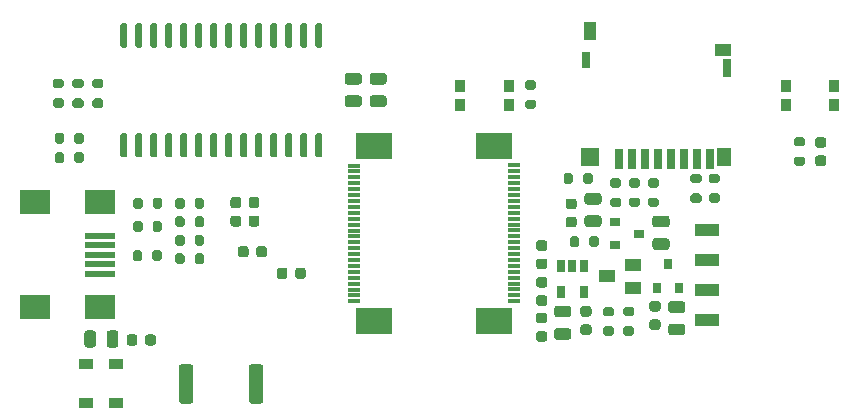
<source format=gbr>
G04 #@! TF.GenerationSoftware,KiCad,Pcbnew,(5.1.8)-1*
G04 #@! TF.CreationDate,2021-06-27T17:42:14+01:00*
G04 #@! TF.ProjectId,schem_1,73636865-6d5f-4312-9e6b-696361645f70,rev?*
G04 #@! TF.SameCoordinates,Original*
G04 #@! TF.FileFunction,Paste,Bot*
G04 #@! TF.FilePolarity,Positive*
%FSLAX46Y46*%
G04 Gerber Fmt 4.6, Leading zero omitted, Abs format (unit mm)*
G04 Created by KiCad (PCBNEW (5.1.8)-1) date 2021-06-27 17:42:15*
%MOMM*%
%LPD*%
G01*
G04 APERTURE LIST*
%ADD10R,2.000000X1.000000*%
%ADD11R,1.100000X0.300000*%
%ADD12R,3.100000X2.300000*%
%ADD13R,0.700000X1.750000*%
%ADD14R,1.300000X1.500000*%
%ADD15R,0.800000X1.500000*%
%ADD16R,1.450000X1.000000*%
%ADD17R,0.800000X1.400000*%
%ADD18R,1.500000X1.500000*%
%ADD19R,1.000000X1.550000*%
%ADD20R,0.900000X1.000000*%
%ADD21R,0.800000X0.900000*%
%ADD22R,0.900000X0.800000*%
%ADD23R,0.650000X1.060000*%
%ADD24R,1.400000X1.000000*%
%ADD25R,1.200000X0.900000*%
%ADD26R,2.500000X0.500000*%
%ADD27R,2.500000X2.000000*%
G04 APERTURE END LIST*
D10*
G04 #@! TO.C,J4*
X116072280Y-14474460D03*
X116072280Y-17014460D03*
X116072280Y-19554460D03*
X116072280Y-22094460D03*
G04 #@! TD*
D11*
G04 #@! TO.C,J3*
X99705480Y-20548460D03*
X99705480Y-20048460D03*
X99705480Y-19548460D03*
X99705480Y-19048460D03*
X99705480Y-18548460D03*
X99705480Y-18048460D03*
X99705480Y-17548460D03*
X99705480Y-17048460D03*
X99705480Y-16548460D03*
X99705480Y-16048460D03*
X99705480Y-15548460D03*
X99705480Y-15048460D03*
X99705480Y-14548460D03*
X99705480Y-14048460D03*
X99705480Y-13548460D03*
X99705480Y-13048460D03*
X99705480Y-12548460D03*
X99705480Y-12048460D03*
X99705480Y-11548460D03*
X99705480Y-11048460D03*
X99705480Y-10548460D03*
X99705480Y-10048460D03*
X99705480Y-9548460D03*
X99705480Y-9048460D03*
D12*
X98005480Y-22218460D03*
X98005480Y-7378460D03*
G04 #@! TD*
D13*
G04 #@! TO.C,J2*
X116276700Y-8484460D03*
D14*
X117476700Y-8359460D03*
D15*
X117726700Y-759460D03*
D16*
X117401700Y740540D03*
D17*
X105776700Y-109460D03*
D13*
X115176700Y-8484460D03*
X114076700Y-8484460D03*
X112976700Y-8484460D03*
X111876700Y-8484460D03*
X110776700Y-8484460D03*
X109676700Y-8484460D03*
X108576700Y-8484460D03*
D18*
X106126700Y-8359460D03*
D19*
X106176700Y2315540D03*
G04 #@! TD*
D20*
G04 #@! TO.C,SW1*
X99270400Y-3915640D03*
X95170400Y-3915640D03*
X95170400Y-2284640D03*
X99270400Y-2284640D03*
G04 #@! TD*
D11*
G04 #@! TO.C,J6*
X86167800Y-9058640D03*
X86167800Y-9558640D03*
X86167800Y-10058640D03*
X86167800Y-10558640D03*
X86167800Y-11058640D03*
X86167800Y-11558640D03*
X86167800Y-12058640D03*
X86167800Y-12558640D03*
X86167800Y-13058640D03*
X86167800Y-13558640D03*
X86167800Y-14058640D03*
X86167800Y-14558640D03*
X86167800Y-15058640D03*
X86167800Y-15558640D03*
X86167800Y-16058640D03*
X86167800Y-16558640D03*
X86167800Y-17058640D03*
X86167800Y-17558640D03*
X86167800Y-18058640D03*
X86167800Y-18558640D03*
X86167800Y-19058640D03*
X86167800Y-19558640D03*
X86167800Y-20058640D03*
X86167800Y-20558640D03*
D12*
X87867800Y-7388640D03*
X87867800Y-22228640D03*
G04 #@! TD*
G04 #@! TO.C,R29*
G36*
G01*
X60841760Y-7037680D02*
X60841760Y-6487680D01*
G75*
G02*
X61041760Y-6287680I200000J0D01*
G01*
X61441760Y-6287680D01*
G75*
G02*
X61641760Y-6487680I0J-200000D01*
G01*
X61641760Y-7037680D01*
G75*
G02*
X61441760Y-7237680I-200000J0D01*
G01*
X61041760Y-7237680D01*
G75*
G02*
X60841760Y-7037680I0J200000D01*
G01*
G37*
G36*
G01*
X62491760Y-7037680D02*
X62491760Y-6487680D01*
G75*
G02*
X62691760Y-6287680I200000J0D01*
G01*
X63091760Y-6287680D01*
G75*
G02*
X63291760Y-6487680I0J-200000D01*
G01*
X63291760Y-7037680D01*
G75*
G02*
X63091760Y-7237680I-200000J0D01*
G01*
X62691760Y-7237680D01*
G75*
G02*
X62491760Y-7037680I0J200000D01*
G01*
G37*
G04 #@! TD*
G04 #@! TO.C,R28*
G36*
G01*
X60841760Y-8663280D02*
X60841760Y-8113280D01*
G75*
G02*
X61041760Y-7913280I200000J0D01*
G01*
X61441760Y-7913280D01*
G75*
G02*
X61641760Y-8113280I0J-200000D01*
G01*
X61641760Y-8663280D01*
G75*
G02*
X61441760Y-8863280I-200000J0D01*
G01*
X61041760Y-8863280D01*
G75*
G02*
X60841760Y-8663280I0J200000D01*
G01*
G37*
G36*
G01*
X62491760Y-8663280D02*
X62491760Y-8113280D01*
G75*
G02*
X62691760Y-7913280I200000J0D01*
G01*
X63091760Y-7913280D01*
G75*
G02*
X63291760Y-8113280I0J-200000D01*
G01*
X63291760Y-8663280D01*
G75*
G02*
X63091760Y-8863280I-200000J0D01*
G01*
X62691760Y-8863280D01*
G75*
G02*
X62491760Y-8663280I0J200000D01*
G01*
G37*
G04 #@! TD*
G04 #@! TO.C,R10*
G36*
G01*
X72680700Y-14098033D02*
X72680700Y-13548033D01*
G75*
G02*
X72880700Y-13348033I200000J0D01*
G01*
X73280700Y-13348033D01*
G75*
G02*
X73480700Y-13548033I0J-200000D01*
G01*
X73480700Y-14098033D01*
G75*
G02*
X73280700Y-14298033I-200000J0D01*
G01*
X72880700Y-14298033D01*
G75*
G02*
X72680700Y-14098033I0J200000D01*
G01*
G37*
G36*
G01*
X71030700Y-14098033D02*
X71030700Y-13548033D01*
G75*
G02*
X71230700Y-13348033I200000J0D01*
G01*
X71630700Y-13348033D01*
G75*
G02*
X71830700Y-13548033I0J-200000D01*
G01*
X71830700Y-14098033D01*
G75*
G02*
X71630700Y-14298033I-200000J0D01*
G01*
X71230700Y-14298033D01*
G75*
G02*
X71030700Y-14098033I0J200000D01*
G01*
G37*
G04 #@! TD*
G04 #@! TO.C,R9*
G36*
G01*
X72680700Y-15664366D02*
X72680700Y-15114366D01*
G75*
G02*
X72880700Y-14914366I200000J0D01*
G01*
X73280700Y-14914366D01*
G75*
G02*
X73480700Y-15114366I0J-200000D01*
G01*
X73480700Y-15664366D01*
G75*
G02*
X73280700Y-15864366I-200000J0D01*
G01*
X72880700Y-15864366D01*
G75*
G02*
X72680700Y-15664366I0J200000D01*
G01*
G37*
G36*
G01*
X71030700Y-15664366D02*
X71030700Y-15114366D01*
G75*
G02*
X71230700Y-14914366I200000J0D01*
G01*
X71630700Y-14914366D01*
G75*
G02*
X71830700Y-15114366I0J-200000D01*
G01*
X71830700Y-15664366D01*
G75*
G02*
X71630700Y-15864366I-200000J0D01*
G01*
X71230700Y-15864366D01*
G75*
G02*
X71030700Y-15664366I0J200000D01*
G01*
G37*
G04 #@! TD*
G04 #@! TO.C,U8*
G36*
G01*
X83351100Y-8370400D02*
X83051100Y-8370400D01*
G75*
G02*
X82901100Y-8220400I0J150000D01*
G01*
X82901100Y-6470400D01*
G75*
G02*
X83051100Y-6320400I150000J0D01*
G01*
X83351100Y-6320400D01*
G75*
G02*
X83501100Y-6470400I0J-150000D01*
G01*
X83501100Y-8220400D01*
G75*
G02*
X83351100Y-8370400I-150000J0D01*
G01*
G37*
G36*
G01*
X82081100Y-8370400D02*
X81781100Y-8370400D01*
G75*
G02*
X81631100Y-8220400I0J150000D01*
G01*
X81631100Y-6470400D01*
G75*
G02*
X81781100Y-6320400I150000J0D01*
G01*
X82081100Y-6320400D01*
G75*
G02*
X82231100Y-6470400I0J-150000D01*
G01*
X82231100Y-8220400D01*
G75*
G02*
X82081100Y-8370400I-150000J0D01*
G01*
G37*
G36*
G01*
X80811100Y-8370400D02*
X80511100Y-8370400D01*
G75*
G02*
X80361100Y-8220400I0J150000D01*
G01*
X80361100Y-6470400D01*
G75*
G02*
X80511100Y-6320400I150000J0D01*
G01*
X80811100Y-6320400D01*
G75*
G02*
X80961100Y-6470400I0J-150000D01*
G01*
X80961100Y-8220400D01*
G75*
G02*
X80811100Y-8370400I-150000J0D01*
G01*
G37*
G36*
G01*
X79541100Y-8370400D02*
X79241100Y-8370400D01*
G75*
G02*
X79091100Y-8220400I0J150000D01*
G01*
X79091100Y-6470400D01*
G75*
G02*
X79241100Y-6320400I150000J0D01*
G01*
X79541100Y-6320400D01*
G75*
G02*
X79691100Y-6470400I0J-150000D01*
G01*
X79691100Y-8220400D01*
G75*
G02*
X79541100Y-8370400I-150000J0D01*
G01*
G37*
G36*
G01*
X78271100Y-8370400D02*
X77971100Y-8370400D01*
G75*
G02*
X77821100Y-8220400I0J150000D01*
G01*
X77821100Y-6470400D01*
G75*
G02*
X77971100Y-6320400I150000J0D01*
G01*
X78271100Y-6320400D01*
G75*
G02*
X78421100Y-6470400I0J-150000D01*
G01*
X78421100Y-8220400D01*
G75*
G02*
X78271100Y-8370400I-150000J0D01*
G01*
G37*
G36*
G01*
X77001100Y-8370400D02*
X76701100Y-8370400D01*
G75*
G02*
X76551100Y-8220400I0J150000D01*
G01*
X76551100Y-6470400D01*
G75*
G02*
X76701100Y-6320400I150000J0D01*
G01*
X77001100Y-6320400D01*
G75*
G02*
X77151100Y-6470400I0J-150000D01*
G01*
X77151100Y-8220400D01*
G75*
G02*
X77001100Y-8370400I-150000J0D01*
G01*
G37*
G36*
G01*
X75731100Y-8370400D02*
X75431100Y-8370400D01*
G75*
G02*
X75281100Y-8220400I0J150000D01*
G01*
X75281100Y-6470400D01*
G75*
G02*
X75431100Y-6320400I150000J0D01*
G01*
X75731100Y-6320400D01*
G75*
G02*
X75881100Y-6470400I0J-150000D01*
G01*
X75881100Y-8220400D01*
G75*
G02*
X75731100Y-8370400I-150000J0D01*
G01*
G37*
G36*
G01*
X74461100Y-8370400D02*
X74161100Y-8370400D01*
G75*
G02*
X74011100Y-8220400I0J150000D01*
G01*
X74011100Y-6470400D01*
G75*
G02*
X74161100Y-6320400I150000J0D01*
G01*
X74461100Y-6320400D01*
G75*
G02*
X74611100Y-6470400I0J-150000D01*
G01*
X74611100Y-8220400D01*
G75*
G02*
X74461100Y-8370400I-150000J0D01*
G01*
G37*
G36*
G01*
X73191100Y-8370400D02*
X72891100Y-8370400D01*
G75*
G02*
X72741100Y-8220400I0J150000D01*
G01*
X72741100Y-6470400D01*
G75*
G02*
X72891100Y-6320400I150000J0D01*
G01*
X73191100Y-6320400D01*
G75*
G02*
X73341100Y-6470400I0J-150000D01*
G01*
X73341100Y-8220400D01*
G75*
G02*
X73191100Y-8370400I-150000J0D01*
G01*
G37*
G36*
G01*
X71921100Y-8370400D02*
X71621100Y-8370400D01*
G75*
G02*
X71471100Y-8220400I0J150000D01*
G01*
X71471100Y-6470400D01*
G75*
G02*
X71621100Y-6320400I150000J0D01*
G01*
X71921100Y-6320400D01*
G75*
G02*
X72071100Y-6470400I0J-150000D01*
G01*
X72071100Y-8220400D01*
G75*
G02*
X71921100Y-8370400I-150000J0D01*
G01*
G37*
G36*
G01*
X70651100Y-8370400D02*
X70351100Y-8370400D01*
G75*
G02*
X70201100Y-8220400I0J150000D01*
G01*
X70201100Y-6470400D01*
G75*
G02*
X70351100Y-6320400I150000J0D01*
G01*
X70651100Y-6320400D01*
G75*
G02*
X70801100Y-6470400I0J-150000D01*
G01*
X70801100Y-8220400D01*
G75*
G02*
X70651100Y-8370400I-150000J0D01*
G01*
G37*
G36*
G01*
X69381100Y-8370400D02*
X69081100Y-8370400D01*
G75*
G02*
X68931100Y-8220400I0J150000D01*
G01*
X68931100Y-6470400D01*
G75*
G02*
X69081100Y-6320400I150000J0D01*
G01*
X69381100Y-6320400D01*
G75*
G02*
X69531100Y-6470400I0J-150000D01*
G01*
X69531100Y-8220400D01*
G75*
G02*
X69381100Y-8370400I-150000J0D01*
G01*
G37*
G36*
G01*
X68111100Y-8370400D02*
X67811100Y-8370400D01*
G75*
G02*
X67661100Y-8220400I0J150000D01*
G01*
X67661100Y-6470400D01*
G75*
G02*
X67811100Y-6320400I150000J0D01*
G01*
X68111100Y-6320400D01*
G75*
G02*
X68261100Y-6470400I0J-150000D01*
G01*
X68261100Y-8220400D01*
G75*
G02*
X68111100Y-8370400I-150000J0D01*
G01*
G37*
G36*
G01*
X66841100Y-8370400D02*
X66541100Y-8370400D01*
G75*
G02*
X66391100Y-8220400I0J150000D01*
G01*
X66391100Y-6470400D01*
G75*
G02*
X66541100Y-6320400I150000J0D01*
G01*
X66841100Y-6320400D01*
G75*
G02*
X66991100Y-6470400I0J-150000D01*
G01*
X66991100Y-8220400D01*
G75*
G02*
X66841100Y-8370400I-150000J0D01*
G01*
G37*
G36*
G01*
X66841100Y929600D02*
X66541100Y929600D01*
G75*
G02*
X66391100Y1079600I0J150000D01*
G01*
X66391100Y2829600D01*
G75*
G02*
X66541100Y2979600I150000J0D01*
G01*
X66841100Y2979600D01*
G75*
G02*
X66991100Y2829600I0J-150000D01*
G01*
X66991100Y1079600D01*
G75*
G02*
X66841100Y929600I-150000J0D01*
G01*
G37*
G36*
G01*
X68111100Y929600D02*
X67811100Y929600D01*
G75*
G02*
X67661100Y1079600I0J150000D01*
G01*
X67661100Y2829600D01*
G75*
G02*
X67811100Y2979600I150000J0D01*
G01*
X68111100Y2979600D01*
G75*
G02*
X68261100Y2829600I0J-150000D01*
G01*
X68261100Y1079600D01*
G75*
G02*
X68111100Y929600I-150000J0D01*
G01*
G37*
G36*
G01*
X69381100Y929600D02*
X69081100Y929600D01*
G75*
G02*
X68931100Y1079600I0J150000D01*
G01*
X68931100Y2829600D01*
G75*
G02*
X69081100Y2979600I150000J0D01*
G01*
X69381100Y2979600D01*
G75*
G02*
X69531100Y2829600I0J-150000D01*
G01*
X69531100Y1079600D01*
G75*
G02*
X69381100Y929600I-150000J0D01*
G01*
G37*
G36*
G01*
X70651100Y929600D02*
X70351100Y929600D01*
G75*
G02*
X70201100Y1079600I0J150000D01*
G01*
X70201100Y2829600D01*
G75*
G02*
X70351100Y2979600I150000J0D01*
G01*
X70651100Y2979600D01*
G75*
G02*
X70801100Y2829600I0J-150000D01*
G01*
X70801100Y1079600D01*
G75*
G02*
X70651100Y929600I-150000J0D01*
G01*
G37*
G36*
G01*
X71921100Y929600D02*
X71621100Y929600D01*
G75*
G02*
X71471100Y1079600I0J150000D01*
G01*
X71471100Y2829600D01*
G75*
G02*
X71621100Y2979600I150000J0D01*
G01*
X71921100Y2979600D01*
G75*
G02*
X72071100Y2829600I0J-150000D01*
G01*
X72071100Y1079600D01*
G75*
G02*
X71921100Y929600I-150000J0D01*
G01*
G37*
G36*
G01*
X73191100Y929600D02*
X72891100Y929600D01*
G75*
G02*
X72741100Y1079600I0J150000D01*
G01*
X72741100Y2829600D01*
G75*
G02*
X72891100Y2979600I150000J0D01*
G01*
X73191100Y2979600D01*
G75*
G02*
X73341100Y2829600I0J-150000D01*
G01*
X73341100Y1079600D01*
G75*
G02*
X73191100Y929600I-150000J0D01*
G01*
G37*
G36*
G01*
X74461100Y929600D02*
X74161100Y929600D01*
G75*
G02*
X74011100Y1079600I0J150000D01*
G01*
X74011100Y2829600D01*
G75*
G02*
X74161100Y2979600I150000J0D01*
G01*
X74461100Y2979600D01*
G75*
G02*
X74611100Y2829600I0J-150000D01*
G01*
X74611100Y1079600D01*
G75*
G02*
X74461100Y929600I-150000J0D01*
G01*
G37*
G36*
G01*
X75731100Y929600D02*
X75431100Y929600D01*
G75*
G02*
X75281100Y1079600I0J150000D01*
G01*
X75281100Y2829600D01*
G75*
G02*
X75431100Y2979600I150000J0D01*
G01*
X75731100Y2979600D01*
G75*
G02*
X75881100Y2829600I0J-150000D01*
G01*
X75881100Y1079600D01*
G75*
G02*
X75731100Y929600I-150000J0D01*
G01*
G37*
G36*
G01*
X77001100Y929600D02*
X76701100Y929600D01*
G75*
G02*
X76551100Y1079600I0J150000D01*
G01*
X76551100Y2829600D01*
G75*
G02*
X76701100Y2979600I150000J0D01*
G01*
X77001100Y2979600D01*
G75*
G02*
X77151100Y2829600I0J-150000D01*
G01*
X77151100Y1079600D01*
G75*
G02*
X77001100Y929600I-150000J0D01*
G01*
G37*
G36*
G01*
X78271100Y929600D02*
X77971100Y929600D01*
G75*
G02*
X77821100Y1079600I0J150000D01*
G01*
X77821100Y2829600D01*
G75*
G02*
X77971100Y2979600I150000J0D01*
G01*
X78271100Y2979600D01*
G75*
G02*
X78421100Y2829600I0J-150000D01*
G01*
X78421100Y1079600D01*
G75*
G02*
X78271100Y929600I-150000J0D01*
G01*
G37*
G36*
G01*
X79541100Y929600D02*
X79241100Y929600D01*
G75*
G02*
X79091100Y1079600I0J150000D01*
G01*
X79091100Y2829600D01*
G75*
G02*
X79241100Y2979600I150000J0D01*
G01*
X79541100Y2979600D01*
G75*
G02*
X79691100Y2829600I0J-150000D01*
G01*
X79691100Y1079600D01*
G75*
G02*
X79541100Y929600I-150000J0D01*
G01*
G37*
G36*
G01*
X80811100Y929600D02*
X80511100Y929600D01*
G75*
G02*
X80361100Y1079600I0J150000D01*
G01*
X80361100Y2829600D01*
G75*
G02*
X80511100Y2979600I150000J0D01*
G01*
X80811100Y2979600D01*
G75*
G02*
X80961100Y2829600I0J-150000D01*
G01*
X80961100Y1079600D01*
G75*
G02*
X80811100Y929600I-150000J0D01*
G01*
G37*
G36*
G01*
X82081100Y929600D02*
X81781100Y929600D01*
G75*
G02*
X81631100Y1079600I0J150000D01*
G01*
X81631100Y2829600D01*
G75*
G02*
X81781100Y2979600I150000J0D01*
G01*
X82081100Y2979600D01*
G75*
G02*
X82231100Y2829600I0J-150000D01*
G01*
X82231100Y1079600D01*
G75*
G02*
X82081100Y929600I-150000J0D01*
G01*
G37*
G36*
G01*
X83351100Y929600D02*
X83051100Y929600D01*
G75*
G02*
X82901100Y1079600I0J150000D01*
G01*
X82901100Y2829600D01*
G75*
G02*
X83051100Y2979600I150000J0D01*
G01*
X83351100Y2979600D01*
G75*
G02*
X83501100Y2829600I0J-150000D01*
G01*
X83501100Y1079600D01*
G75*
G02*
X83351100Y929600I-150000J0D01*
G01*
G37*
G04 #@! TD*
D21*
G04 #@! TO.C,U6*
X113687480Y-19433960D03*
X111787480Y-19433960D03*
X112737480Y-17433960D03*
G04 #@! TD*
D22*
G04 #@! TO.C,U5*
X108308480Y-15764460D03*
X108308480Y-13864460D03*
X110308480Y-14814460D03*
G04 #@! TD*
D23*
G04 #@! TO.C,U2*
X103722980Y-17524460D03*
X104672980Y-17524460D03*
X105622980Y-17524460D03*
X105622980Y-19724460D03*
X103722980Y-19724460D03*
G04 #@! TD*
G04 #@! TO.C,R26*
G36*
G01*
X106103320Y-15785420D02*
X106103320Y-15235420D01*
G75*
G02*
X106303320Y-15035420I200000J0D01*
G01*
X106703320Y-15035420D01*
G75*
G02*
X106903320Y-15235420I0J-200000D01*
G01*
X106903320Y-15785420D01*
G75*
G02*
X106703320Y-15985420I-200000J0D01*
G01*
X106303320Y-15985420D01*
G75*
G02*
X106103320Y-15785420I0J200000D01*
G01*
G37*
G36*
G01*
X104453320Y-15785420D02*
X104453320Y-15235420D01*
G75*
G02*
X104653320Y-15035420I200000J0D01*
G01*
X105053320Y-15035420D01*
G75*
G02*
X105253320Y-15235420I0J-200000D01*
G01*
X105253320Y-15785420D01*
G75*
G02*
X105053320Y-15985420I-200000J0D01*
G01*
X104653320Y-15985420D01*
G75*
G02*
X104453320Y-15785420I0J200000D01*
G01*
G37*
G04 #@! TD*
G04 #@! TO.C,R25*
G36*
G01*
X64210340Y-3378180D02*
X64760340Y-3378180D01*
G75*
G02*
X64960340Y-3578180I0J-200000D01*
G01*
X64960340Y-3978180D01*
G75*
G02*
X64760340Y-4178180I-200000J0D01*
G01*
X64210340Y-4178180D01*
G75*
G02*
X64010340Y-3978180I0J200000D01*
G01*
X64010340Y-3578180D01*
G75*
G02*
X64210340Y-3378180I200000J0D01*
G01*
G37*
G36*
G01*
X64210340Y-1728180D02*
X64760340Y-1728180D01*
G75*
G02*
X64960340Y-1928180I0J-200000D01*
G01*
X64960340Y-2328180D01*
G75*
G02*
X64760340Y-2528180I-200000J0D01*
G01*
X64210340Y-2528180D01*
G75*
G02*
X64010340Y-2328180I0J200000D01*
G01*
X64010340Y-1928180D01*
G75*
G02*
X64210340Y-1728180I200000J0D01*
G01*
G37*
G04 #@! TD*
G04 #@! TO.C,R24*
G36*
G01*
X60860080Y-3378180D02*
X61410080Y-3378180D01*
G75*
G02*
X61610080Y-3578180I0J-200000D01*
G01*
X61610080Y-3978180D01*
G75*
G02*
X61410080Y-4178180I-200000J0D01*
G01*
X60860080Y-4178180D01*
G75*
G02*
X60660080Y-3978180I0J200000D01*
G01*
X60660080Y-3578180D01*
G75*
G02*
X60860080Y-3378180I200000J0D01*
G01*
G37*
G36*
G01*
X60860080Y-1728180D02*
X61410080Y-1728180D01*
G75*
G02*
X61610080Y-1928180I0J-200000D01*
G01*
X61610080Y-2328180D01*
G75*
G02*
X61410080Y-2528180I-200000J0D01*
G01*
X60860080Y-2528180D01*
G75*
G02*
X60660080Y-2328180I0J200000D01*
G01*
X60660080Y-1928180D01*
G75*
G02*
X60860080Y-1728180I200000J0D01*
G01*
G37*
G04 #@! TD*
G04 #@! TO.C,R23*
G36*
G01*
X68299600Y-11969000D02*
X68299600Y-12519000D01*
G75*
G02*
X68099600Y-12719000I-200000J0D01*
G01*
X67699600Y-12719000D01*
G75*
G02*
X67499600Y-12519000I0J200000D01*
G01*
X67499600Y-11969000D01*
G75*
G02*
X67699600Y-11769000I200000J0D01*
G01*
X68099600Y-11769000D01*
G75*
G02*
X68299600Y-11969000I0J-200000D01*
G01*
G37*
G36*
G01*
X69949600Y-11969000D02*
X69949600Y-12519000D01*
G75*
G02*
X69749600Y-12719000I-200000J0D01*
G01*
X69349600Y-12719000D01*
G75*
G02*
X69149600Y-12519000I0J200000D01*
G01*
X69149600Y-11969000D01*
G75*
G02*
X69349600Y-11769000I200000J0D01*
G01*
X69749600Y-11769000D01*
G75*
G02*
X69949600Y-11969000I0J-200000D01*
G01*
G37*
G04 #@! TD*
G04 #@! TO.C,R22*
G36*
G01*
X69134860Y-14492580D02*
X69134860Y-13942580D01*
G75*
G02*
X69334860Y-13742580I200000J0D01*
G01*
X69734860Y-13742580D01*
G75*
G02*
X69934860Y-13942580I0J-200000D01*
G01*
X69934860Y-14492580D01*
G75*
G02*
X69734860Y-14692580I-200000J0D01*
G01*
X69334860Y-14692580D01*
G75*
G02*
X69134860Y-14492580I0J200000D01*
G01*
G37*
G36*
G01*
X67484860Y-14492580D02*
X67484860Y-13942580D01*
G75*
G02*
X67684860Y-13742580I200000J0D01*
G01*
X68084860Y-13742580D01*
G75*
G02*
X68284860Y-13942580I0J-200000D01*
G01*
X68284860Y-14492580D01*
G75*
G02*
X68084860Y-14692580I-200000J0D01*
G01*
X67684860Y-14692580D01*
G75*
G02*
X67484860Y-14492580I0J200000D01*
G01*
G37*
G04 #@! TD*
G04 #@! TO.C,R21*
G36*
G01*
X71830700Y-11981700D02*
X71830700Y-12531700D01*
G75*
G02*
X71630700Y-12731700I-200000J0D01*
G01*
X71230700Y-12731700D01*
G75*
G02*
X71030700Y-12531700I0J200000D01*
G01*
X71030700Y-11981700D01*
G75*
G02*
X71230700Y-11781700I200000J0D01*
G01*
X71630700Y-11781700D01*
G75*
G02*
X71830700Y-11981700I0J-200000D01*
G01*
G37*
G36*
G01*
X73480700Y-11981700D02*
X73480700Y-12531700D01*
G75*
G02*
X73280700Y-12731700I-200000J0D01*
G01*
X72880700Y-12731700D01*
G75*
G02*
X72680700Y-12531700I0J200000D01*
G01*
X72680700Y-11981700D01*
G75*
G02*
X72880700Y-11781700I200000J0D01*
G01*
X73280700Y-11781700D01*
G75*
G02*
X73480700Y-11981700I0J-200000D01*
G01*
G37*
G04 #@! TD*
G04 #@! TO.C,R20*
G36*
G01*
X72680700Y-17230700D02*
X72680700Y-16680700D01*
G75*
G02*
X72880700Y-16480700I200000J0D01*
G01*
X73280700Y-16480700D01*
G75*
G02*
X73480700Y-16680700I0J-200000D01*
G01*
X73480700Y-17230700D01*
G75*
G02*
X73280700Y-17430700I-200000J0D01*
G01*
X72880700Y-17430700D01*
G75*
G02*
X72680700Y-17230700I0J200000D01*
G01*
G37*
G36*
G01*
X71030700Y-17230700D02*
X71030700Y-16680700D01*
G75*
G02*
X71230700Y-16480700I200000J0D01*
G01*
X71630700Y-16480700D01*
G75*
G02*
X71830700Y-16680700I0J-200000D01*
G01*
X71830700Y-17230700D01*
G75*
G02*
X71630700Y-17430700I-200000J0D01*
G01*
X71230700Y-17430700D01*
G75*
G02*
X71030700Y-17230700I0J200000D01*
G01*
G37*
G04 #@! TD*
G04 #@! TO.C,R19*
G36*
G01*
X109710480Y-23468960D02*
X109160480Y-23468960D01*
G75*
G02*
X108960480Y-23268960I0J200000D01*
G01*
X108960480Y-22868960D01*
G75*
G02*
X109160480Y-22668960I200000J0D01*
G01*
X109710480Y-22668960D01*
G75*
G02*
X109910480Y-22868960I0J-200000D01*
G01*
X109910480Y-23268960D01*
G75*
G02*
X109710480Y-23468960I-200000J0D01*
G01*
G37*
G36*
G01*
X109710480Y-21818960D02*
X109160480Y-21818960D01*
G75*
G02*
X108960480Y-21618960I0J200000D01*
G01*
X108960480Y-21218960D01*
G75*
G02*
X109160480Y-21018960I200000J0D01*
G01*
X109710480Y-21018960D01*
G75*
G02*
X109910480Y-21218960I0J-200000D01*
G01*
X109910480Y-21618960D01*
G75*
G02*
X109710480Y-21818960I-200000J0D01*
G01*
G37*
G04 #@! TD*
G04 #@! TO.C,R18*
G36*
G01*
X78493800Y-26122499D02*
X78493800Y-28972501D01*
G75*
G02*
X78243801Y-29222500I-249999J0D01*
G01*
X77518799Y-29222500D01*
G75*
G02*
X77268800Y-28972501I0J249999D01*
G01*
X77268800Y-26122499D01*
G75*
G02*
X77518799Y-25872500I249999J0D01*
G01*
X78243801Y-25872500D01*
G75*
G02*
X78493800Y-26122499I0J-249999D01*
G01*
G37*
G36*
G01*
X72568800Y-26122499D02*
X72568800Y-28972501D01*
G75*
G02*
X72318801Y-29222500I-249999J0D01*
G01*
X71593799Y-29222500D01*
G75*
G02*
X71343800Y-28972501I0J249999D01*
G01*
X71343800Y-26122499D01*
G75*
G02*
X71593799Y-25872500I249999J0D01*
G01*
X72318801Y-25872500D01*
G75*
G02*
X72568800Y-26122499I0J-249999D01*
G01*
G37*
G04 #@! TD*
G04 #@! TO.C,R17*
G36*
G01*
X107445980Y-21018960D02*
X107995980Y-21018960D01*
G75*
G02*
X108195980Y-21218960I0J-200000D01*
G01*
X108195980Y-21618960D01*
G75*
G02*
X107995980Y-21818960I-200000J0D01*
G01*
X107445980Y-21818960D01*
G75*
G02*
X107245980Y-21618960I0J200000D01*
G01*
X107245980Y-21218960D01*
G75*
G02*
X107445980Y-21018960I200000J0D01*
G01*
G37*
G36*
G01*
X107445980Y-22668960D02*
X107995980Y-22668960D01*
G75*
G02*
X108195980Y-22868960I0J-200000D01*
G01*
X108195980Y-23268960D01*
G75*
G02*
X107995980Y-23468960I-200000J0D01*
G01*
X107445980Y-23468960D01*
G75*
G02*
X107245980Y-23268960I0J200000D01*
G01*
X107245980Y-22868960D01*
G75*
G02*
X107445980Y-22668960I200000J0D01*
G01*
G37*
G04 #@! TD*
G04 #@! TO.C,R16*
G36*
G01*
X62535210Y-3378180D02*
X63085210Y-3378180D01*
G75*
G02*
X63285210Y-3578180I0J-200000D01*
G01*
X63285210Y-3978180D01*
G75*
G02*
X63085210Y-4178180I-200000J0D01*
G01*
X62535210Y-4178180D01*
G75*
G02*
X62335210Y-3978180I0J200000D01*
G01*
X62335210Y-3578180D01*
G75*
G02*
X62535210Y-3378180I200000J0D01*
G01*
G37*
G36*
G01*
X62535210Y-1728180D02*
X63085210Y-1728180D01*
G75*
G02*
X63285210Y-1928180I0J-200000D01*
G01*
X63285210Y-2328180D01*
G75*
G02*
X63085210Y-2528180I-200000J0D01*
G01*
X62535210Y-2528180D01*
G75*
G02*
X62335210Y-2328180I0J200000D01*
G01*
X62335210Y-1928180D01*
G75*
G02*
X62535210Y-1728180I200000J0D01*
G01*
G37*
G04 #@! TD*
G04 #@! TO.C,R15*
G36*
G01*
X116946680Y-12217660D02*
X116396680Y-12217660D01*
G75*
G02*
X116196680Y-12017660I0J200000D01*
G01*
X116196680Y-11617660D01*
G75*
G02*
X116396680Y-11417660I200000J0D01*
G01*
X116946680Y-11417660D01*
G75*
G02*
X117146680Y-11617660I0J-200000D01*
G01*
X117146680Y-12017660D01*
G75*
G02*
X116946680Y-12217660I-200000J0D01*
G01*
G37*
G36*
G01*
X116946680Y-10567660D02*
X116396680Y-10567660D01*
G75*
G02*
X116196680Y-10367660I0J200000D01*
G01*
X116196680Y-9967660D01*
G75*
G02*
X116396680Y-9767660I200000J0D01*
G01*
X116946680Y-9767660D01*
G75*
G02*
X117146680Y-9967660I0J-200000D01*
G01*
X117146680Y-10367660D01*
G75*
G02*
X116946680Y-10567660I-200000J0D01*
G01*
G37*
G04 #@! TD*
G04 #@! TO.C,R14*
G36*
G01*
X115397280Y-12217660D02*
X114847280Y-12217660D01*
G75*
G02*
X114647280Y-12017660I0J200000D01*
G01*
X114647280Y-11617660D01*
G75*
G02*
X114847280Y-11417660I200000J0D01*
G01*
X115397280Y-11417660D01*
G75*
G02*
X115597280Y-11617660I0J-200000D01*
G01*
X115597280Y-12017660D01*
G75*
G02*
X115397280Y-12217660I-200000J0D01*
G01*
G37*
G36*
G01*
X115397280Y-10567660D02*
X114847280Y-10567660D01*
G75*
G02*
X114647280Y-10367660I0J200000D01*
G01*
X114647280Y-9967660D01*
G75*
G02*
X114847280Y-9767660I200000J0D01*
G01*
X115397280Y-9767660D01*
G75*
G02*
X115597280Y-9967660I0J-200000D01*
G01*
X115597280Y-10367660D01*
G75*
G02*
X115397280Y-10567660I-200000J0D01*
G01*
G37*
G04 #@! TD*
G04 #@! TO.C,R13*
G36*
G01*
X111793280Y-10921860D02*
X111243280Y-10921860D01*
G75*
G02*
X111043280Y-10721860I0J200000D01*
G01*
X111043280Y-10321860D01*
G75*
G02*
X111243280Y-10121860I200000J0D01*
G01*
X111793280Y-10121860D01*
G75*
G02*
X111993280Y-10321860I0J-200000D01*
G01*
X111993280Y-10721860D01*
G75*
G02*
X111793280Y-10921860I-200000J0D01*
G01*
G37*
G36*
G01*
X111793280Y-12571860D02*
X111243280Y-12571860D01*
G75*
G02*
X111043280Y-12371860I0J200000D01*
G01*
X111043280Y-11971860D01*
G75*
G02*
X111243280Y-11771860I200000J0D01*
G01*
X111793280Y-11771860D01*
G75*
G02*
X111993280Y-11971860I0J-200000D01*
G01*
X111993280Y-12371860D01*
G75*
G02*
X111793280Y-12571860I-200000J0D01*
G01*
G37*
G04 #@! TD*
G04 #@! TO.C,R12*
G36*
G01*
X110205780Y-10922360D02*
X109655780Y-10922360D01*
G75*
G02*
X109455780Y-10722360I0J200000D01*
G01*
X109455780Y-10322360D01*
G75*
G02*
X109655780Y-10122360I200000J0D01*
G01*
X110205780Y-10122360D01*
G75*
G02*
X110405780Y-10322360I0J-200000D01*
G01*
X110405780Y-10722360D01*
G75*
G02*
X110205780Y-10922360I-200000J0D01*
G01*
G37*
G36*
G01*
X110205780Y-12572360D02*
X109655780Y-12572360D01*
G75*
G02*
X109455780Y-12372360I0J200000D01*
G01*
X109455780Y-11972360D01*
G75*
G02*
X109655780Y-11772360I200000J0D01*
G01*
X110205780Y-11772360D01*
G75*
G02*
X110405780Y-11972360I0J-200000D01*
G01*
X110405780Y-12372360D01*
G75*
G02*
X110205780Y-12572360I-200000J0D01*
G01*
G37*
G04 #@! TD*
G04 #@! TO.C,R11*
G36*
G01*
X108618280Y-10922360D02*
X108068280Y-10922360D01*
G75*
G02*
X107868280Y-10722360I0J200000D01*
G01*
X107868280Y-10322360D01*
G75*
G02*
X108068280Y-10122360I200000J0D01*
G01*
X108618280Y-10122360D01*
G75*
G02*
X108818280Y-10322360I0J-200000D01*
G01*
X108818280Y-10722360D01*
G75*
G02*
X108618280Y-10922360I-200000J0D01*
G01*
G37*
G36*
G01*
X108618280Y-12572360D02*
X108068280Y-12572360D01*
G75*
G02*
X107868280Y-12372360I0J200000D01*
G01*
X107868280Y-11972360D01*
G75*
G02*
X108068280Y-11772360I200000J0D01*
G01*
X108618280Y-11772360D01*
G75*
G02*
X108818280Y-11972360I0J-200000D01*
G01*
X108818280Y-12372360D01*
G75*
G02*
X108618280Y-12572360I-200000J0D01*
G01*
G37*
G04 #@! TD*
G04 #@! TO.C,R8*
G36*
G01*
X124163080Y-9092060D02*
X123613080Y-9092060D01*
G75*
G02*
X123413080Y-8892060I0J200000D01*
G01*
X123413080Y-8492060D01*
G75*
G02*
X123613080Y-8292060I200000J0D01*
G01*
X124163080Y-8292060D01*
G75*
G02*
X124363080Y-8492060I0J-200000D01*
G01*
X124363080Y-8892060D01*
G75*
G02*
X124163080Y-9092060I-200000J0D01*
G01*
G37*
G36*
G01*
X124163080Y-7442060D02*
X123613080Y-7442060D01*
G75*
G02*
X123413080Y-7242060I0J200000D01*
G01*
X123413080Y-6842060D01*
G75*
G02*
X123613080Y-6642060I200000J0D01*
G01*
X124163080Y-6642060D01*
G75*
G02*
X124363080Y-6842060I0J-200000D01*
G01*
X124363080Y-7242060D01*
G75*
G02*
X124163080Y-7442060I-200000J0D01*
G01*
G37*
G04 #@! TD*
G04 #@! TO.C,R5*
G36*
G01*
X68248800Y-16414000D02*
X68248800Y-16964000D01*
G75*
G02*
X68048800Y-17164000I-200000J0D01*
G01*
X67648800Y-17164000D01*
G75*
G02*
X67448800Y-16964000I0J200000D01*
G01*
X67448800Y-16414000D01*
G75*
G02*
X67648800Y-16214000I200000J0D01*
G01*
X68048800Y-16214000D01*
G75*
G02*
X68248800Y-16414000I0J-200000D01*
G01*
G37*
G36*
G01*
X69898800Y-16414000D02*
X69898800Y-16964000D01*
G75*
G02*
X69698800Y-17164000I-200000J0D01*
G01*
X69298800Y-17164000D01*
G75*
G02*
X69098800Y-16964000I0J200000D01*
G01*
X69098800Y-16414000D01*
G75*
G02*
X69298800Y-16214000I200000J0D01*
G01*
X69698800Y-16214000D01*
G75*
G02*
X69898800Y-16414000I0J-200000D01*
G01*
G37*
G04 #@! TD*
G04 #@! TO.C,R4*
G36*
G01*
X106380080Y-9878560D02*
X106380080Y-10428560D01*
G75*
G02*
X106180080Y-10628560I-200000J0D01*
G01*
X105780080Y-10628560D01*
G75*
G02*
X105580080Y-10428560I0J200000D01*
G01*
X105580080Y-9878560D01*
G75*
G02*
X105780080Y-9678560I200000J0D01*
G01*
X106180080Y-9678560D01*
G75*
G02*
X106380080Y-9878560I0J-200000D01*
G01*
G37*
G36*
G01*
X104730080Y-9878560D02*
X104730080Y-10428560D01*
G75*
G02*
X104530080Y-10628560I-200000J0D01*
G01*
X104130080Y-10628560D01*
G75*
G02*
X103930080Y-10428560I0J200000D01*
G01*
X103930080Y-9878560D01*
G75*
G02*
X104130080Y-9678560I200000J0D01*
G01*
X104530080Y-9678560D01*
G75*
G02*
X104730080Y-9878560I0J-200000D01*
G01*
G37*
G04 #@! TD*
G04 #@! TO.C,R2*
G36*
G01*
X100854680Y-3478760D02*
X101404680Y-3478760D01*
G75*
G02*
X101604680Y-3678760I0J-200000D01*
G01*
X101604680Y-4078760D01*
G75*
G02*
X101404680Y-4278760I-200000J0D01*
G01*
X100854680Y-4278760D01*
G75*
G02*
X100654680Y-4078760I0J200000D01*
G01*
X100654680Y-3678760D01*
G75*
G02*
X100854680Y-3478760I200000J0D01*
G01*
G37*
G36*
G01*
X100854680Y-1828760D02*
X101404680Y-1828760D01*
G75*
G02*
X101604680Y-2028760I0J-200000D01*
G01*
X101604680Y-2428760D01*
G75*
G02*
X101404680Y-2628760I-200000J0D01*
G01*
X100854680Y-2628760D01*
G75*
G02*
X100654680Y-2428760I0J200000D01*
G01*
X100654680Y-2028760D01*
G75*
G02*
X100854680Y-1828760I200000J0D01*
G01*
G37*
G04 #@! TD*
D24*
G04 #@! TO.C,Q1*
X109773480Y-17483960D03*
X109773480Y-19383960D03*
X107573480Y-18433960D03*
G04 #@! TD*
D25*
G04 #@! TO.C,D2*
X63489660Y-25875640D03*
X63489660Y-29175640D03*
G04 #@! TD*
G04 #@! TO.C,D1*
X65991560Y-29175640D03*
X65991560Y-25875640D03*
G04 #@! TD*
G04 #@! TO.C,C24*
G36*
G01*
X105565980Y-20955460D02*
X106065980Y-20955460D01*
G75*
G02*
X106290980Y-21180460I0J-225000D01*
G01*
X106290980Y-21630460D01*
G75*
G02*
X106065980Y-21855460I-225000J0D01*
G01*
X105565980Y-21855460D01*
G75*
G02*
X105340980Y-21630460I0J225000D01*
G01*
X105340980Y-21180460D01*
G75*
G02*
X105565980Y-20955460I225000J0D01*
G01*
G37*
G36*
G01*
X105565980Y-22505460D02*
X106065980Y-22505460D01*
G75*
G02*
X106290980Y-22730460I0J-225000D01*
G01*
X106290980Y-23180460D01*
G75*
G02*
X106065980Y-23405460I-225000J0D01*
G01*
X105565980Y-23405460D01*
G75*
G02*
X105340980Y-23180460I0J225000D01*
G01*
X105340980Y-22730460D01*
G75*
G02*
X105565980Y-22505460I225000J0D01*
G01*
G37*
G04 #@! TD*
G04 #@! TO.C,C23*
G36*
G01*
X64332480Y-23270120D02*
X64332480Y-24220120D01*
G75*
G02*
X64082480Y-24470120I-250000J0D01*
G01*
X63582480Y-24470120D01*
G75*
G02*
X63332480Y-24220120I0J250000D01*
G01*
X63332480Y-23270120D01*
G75*
G02*
X63582480Y-23020120I250000J0D01*
G01*
X64082480Y-23020120D01*
G75*
G02*
X64332480Y-23270120I0J-250000D01*
G01*
G37*
G36*
G01*
X66232480Y-23270120D02*
X66232480Y-24220120D01*
G75*
G02*
X65982480Y-24470120I-250000J0D01*
G01*
X65482480Y-24470120D01*
G75*
G02*
X65232480Y-24220120I0J250000D01*
G01*
X65232480Y-23270120D01*
G75*
G02*
X65482480Y-23020120I250000J0D01*
G01*
X65982480Y-23020120D01*
G75*
G02*
X66232480Y-23270120I0J-250000D01*
G01*
G37*
G04 #@! TD*
G04 #@! TO.C,C22*
G36*
G01*
X86593520Y-2210620D02*
X85643520Y-2210620D01*
G75*
G02*
X85393520Y-1960620I0J250000D01*
G01*
X85393520Y-1460620D01*
G75*
G02*
X85643520Y-1210620I250000J0D01*
G01*
X86593520Y-1210620D01*
G75*
G02*
X86843520Y-1460620I0J-250000D01*
G01*
X86843520Y-1960620D01*
G75*
G02*
X86593520Y-2210620I-250000J0D01*
G01*
G37*
G36*
G01*
X86593520Y-4110620D02*
X85643520Y-4110620D01*
G75*
G02*
X85393520Y-3860620I0J250000D01*
G01*
X85393520Y-3360620D01*
G75*
G02*
X85643520Y-3110620I250000J0D01*
G01*
X86593520Y-3110620D01*
G75*
G02*
X86843520Y-3360620I0J-250000D01*
G01*
X86843520Y-3860620D01*
G75*
G02*
X86593520Y-4110620I-250000J0D01*
G01*
G37*
G04 #@! TD*
G04 #@! TO.C,C21*
G36*
G01*
X88701720Y-2210620D02*
X87751720Y-2210620D01*
G75*
G02*
X87501720Y-1960620I0J250000D01*
G01*
X87501720Y-1460620D01*
G75*
G02*
X87751720Y-1210620I250000J0D01*
G01*
X88701720Y-1210620D01*
G75*
G02*
X88951720Y-1460620I0J-250000D01*
G01*
X88951720Y-1960620D01*
G75*
G02*
X88701720Y-2210620I-250000J0D01*
G01*
G37*
G36*
G01*
X88701720Y-4110620D02*
X87751720Y-4110620D01*
G75*
G02*
X87501720Y-3860620I0J250000D01*
G01*
X87501720Y-3360620D01*
G75*
G02*
X87751720Y-3110620I250000J0D01*
G01*
X88701720Y-3110620D01*
G75*
G02*
X88951720Y-3360620I0J-250000D01*
G01*
X88951720Y-3860620D01*
G75*
G02*
X88701720Y-4110620I-250000J0D01*
G01*
G37*
G04 #@! TD*
G04 #@! TO.C,C20*
G36*
G01*
X76616200Y-11943200D02*
X76616200Y-12443200D01*
G75*
G02*
X76391200Y-12668200I-225000J0D01*
G01*
X75941200Y-12668200D01*
G75*
G02*
X75716200Y-12443200I0J225000D01*
G01*
X75716200Y-11943200D01*
G75*
G02*
X75941200Y-11718200I225000J0D01*
G01*
X76391200Y-11718200D01*
G75*
G02*
X76616200Y-11943200I0J-225000D01*
G01*
G37*
G36*
G01*
X78166200Y-11943200D02*
X78166200Y-12443200D01*
G75*
G02*
X77941200Y-12668200I-225000J0D01*
G01*
X77491200Y-12668200D01*
G75*
G02*
X77266200Y-12443200I0J225000D01*
G01*
X77266200Y-11943200D01*
G75*
G02*
X77491200Y-11718200I225000J0D01*
G01*
X77941200Y-11718200D01*
G75*
G02*
X78166200Y-11943200I0J-225000D01*
G01*
G37*
G04 #@! TD*
G04 #@! TO.C,C19*
G36*
G01*
X76616200Y-13513766D02*
X76616200Y-14013766D01*
G75*
G02*
X76391200Y-14238766I-225000J0D01*
G01*
X75941200Y-14238766D01*
G75*
G02*
X75716200Y-14013766I0J225000D01*
G01*
X75716200Y-13513766D01*
G75*
G02*
X75941200Y-13288766I225000J0D01*
G01*
X76391200Y-13288766D01*
G75*
G02*
X76616200Y-13513766I0J-225000D01*
G01*
G37*
G36*
G01*
X78166200Y-13513766D02*
X78166200Y-14013766D01*
G75*
G02*
X77941200Y-14238766I-225000J0D01*
G01*
X77491200Y-14238766D01*
G75*
G02*
X77266200Y-14013766I0J225000D01*
G01*
X77266200Y-13513766D01*
G75*
G02*
X77491200Y-13288766I225000J0D01*
G01*
X77941200Y-13288766D01*
G75*
G02*
X78166200Y-13513766I0J-225000D01*
G01*
G37*
G04 #@! TD*
G04 #@! TO.C,C18*
G36*
G01*
X81190500Y-18437600D02*
X81190500Y-17937600D01*
G75*
G02*
X81415500Y-17712600I225000J0D01*
G01*
X81865500Y-17712600D01*
G75*
G02*
X82090500Y-17937600I0J-225000D01*
G01*
X82090500Y-18437600D01*
G75*
G02*
X81865500Y-18662600I-225000J0D01*
G01*
X81415500Y-18662600D01*
G75*
G02*
X81190500Y-18437600I0J225000D01*
G01*
G37*
G36*
G01*
X79640500Y-18437600D02*
X79640500Y-17937600D01*
G75*
G02*
X79865500Y-17712600I225000J0D01*
G01*
X80315500Y-17712600D01*
G75*
G02*
X80540500Y-17937600I0J-225000D01*
G01*
X80540500Y-18437600D01*
G75*
G02*
X80315500Y-18662600I-225000J0D01*
G01*
X79865500Y-18662600D01*
G75*
G02*
X79640500Y-18437600I0J225000D01*
G01*
G37*
G04 #@! TD*
G04 #@! TO.C,C17*
G36*
G01*
X77249000Y-16100040D02*
X77249000Y-16600040D01*
G75*
G02*
X77024000Y-16825040I-225000J0D01*
G01*
X76574000Y-16825040D01*
G75*
G02*
X76349000Y-16600040I0J225000D01*
G01*
X76349000Y-16100040D01*
G75*
G02*
X76574000Y-15875040I225000J0D01*
G01*
X77024000Y-15875040D01*
G75*
G02*
X77249000Y-16100040I0J-225000D01*
G01*
G37*
G36*
G01*
X78799000Y-16100040D02*
X78799000Y-16600040D01*
G75*
G02*
X78574000Y-16825040I-225000J0D01*
G01*
X78124000Y-16825040D01*
G75*
G02*
X77899000Y-16600040I0J225000D01*
G01*
X77899000Y-16100040D01*
G75*
G02*
X78124000Y-15875040I225000J0D01*
G01*
X78574000Y-15875040D01*
G75*
G02*
X78799000Y-16100040I0J-225000D01*
G01*
G37*
G04 #@! TD*
G04 #@! TO.C,C16*
G36*
G01*
X112640980Y-16200960D02*
X111690980Y-16200960D01*
G75*
G02*
X111440980Y-15950960I0J250000D01*
G01*
X111440980Y-15450960D01*
G75*
G02*
X111690980Y-15200960I250000J0D01*
G01*
X112640980Y-15200960D01*
G75*
G02*
X112890980Y-15450960I0J-250000D01*
G01*
X112890980Y-15950960D01*
G75*
G02*
X112640980Y-16200960I-250000J0D01*
G01*
G37*
G36*
G01*
X112640980Y-14300960D02*
X111690980Y-14300960D01*
G75*
G02*
X111440980Y-14050960I0J250000D01*
G01*
X111440980Y-13550960D01*
G75*
G02*
X111690980Y-13300960I250000J0D01*
G01*
X112640980Y-13300960D01*
G75*
G02*
X112890980Y-13550960I0J-250000D01*
G01*
X112890980Y-14050960D01*
G75*
G02*
X112640980Y-14300960I-250000J0D01*
G01*
G37*
G04 #@! TD*
G04 #@! TO.C,C15*
G36*
G01*
X111407980Y-20523960D02*
X111907980Y-20523960D01*
G75*
G02*
X112132980Y-20748960I0J-225000D01*
G01*
X112132980Y-21198960D01*
G75*
G02*
X111907980Y-21423960I-225000J0D01*
G01*
X111407980Y-21423960D01*
G75*
G02*
X111182980Y-21198960I0J225000D01*
G01*
X111182980Y-20748960D01*
G75*
G02*
X111407980Y-20523960I225000J0D01*
G01*
G37*
G36*
G01*
X111407980Y-22073960D02*
X111907980Y-22073960D01*
G75*
G02*
X112132980Y-22298960I0J-225000D01*
G01*
X112132980Y-22748960D01*
G75*
G02*
X111907980Y-22973960I-225000J0D01*
G01*
X111407980Y-22973960D01*
G75*
G02*
X111182980Y-22748960I0J225000D01*
G01*
X111182980Y-22298960D01*
G75*
G02*
X111407980Y-22073960I225000J0D01*
G01*
G37*
G04 #@! TD*
G04 #@! TO.C,C14*
G36*
G01*
X113024480Y-20539960D02*
X113974480Y-20539960D01*
G75*
G02*
X114224480Y-20789960I0J-250000D01*
G01*
X114224480Y-21289960D01*
G75*
G02*
X113974480Y-21539960I-250000J0D01*
G01*
X113024480Y-21539960D01*
G75*
G02*
X112774480Y-21289960I0J250000D01*
G01*
X112774480Y-20789960D01*
G75*
G02*
X113024480Y-20539960I250000J0D01*
G01*
G37*
G36*
G01*
X113024480Y-22439960D02*
X113974480Y-22439960D01*
G75*
G02*
X114224480Y-22689960I0J-250000D01*
G01*
X114224480Y-23189960D01*
G75*
G02*
X113974480Y-23439960I-250000J0D01*
G01*
X113024480Y-23439960D01*
G75*
G02*
X112774480Y-23189960I0J250000D01*
G01*
X112774480Y-22689960D01*
G75*
G02*
X113024480Y-22439960I250000J0D01*
G01*
G37*
G04 #@! TD*
G04 #@! TO.C,C12*
G36*
G01*
X101832180Y-20041360D02*
X102332180Y-20041360D01*
G75*
G02*
X102557180Y-20266360I0J-225000D01*
G01*
X102557180Y-20716360D01*
G75*
G02*
X102332180Y-20941360I-225000J0D01*
G01*
X101832180Y-20941360D01*
G75*
G02*
X101607180Y-20716360I0J225000D01*
G01*
X101607180Y-20266360D01*
G75*
G02*
X101832180Y-20041360I225000J0D01*
G01*
G37*
G36*
G01*
X101832180Y-18491360D02*
X102332180Y-18491360D01*
G75*
G02*
X102557180Y-18716360I0J-225000D01*
G01*
X102557180Y-19166360D01*
G75*
G02*
X102332180Y-19391360I-225000J0D01*
G01*
X101832180Y-19391360D01*
G75*
G02*
X101607180Y-19166360I0J225000D01*
G01*
X101607180Y-18716360D01*
G75*
G02*
X101832180Y-18491360I225000J0D01*
G01*
G37*
G04 #@! TD*
G04 #@! TO.C,C11*
G36*
G01*
X104808680Y-14299560D02*
X104308680Y-14299560D01*
G75*
G02*
X104083680Y-14074560I0J225000D01*
G01*
X104083680Y-13624560D01*
G75*
G02*
X104308680Y-13399560I225000J0D01*
G01*
X104808680Y-13399560D01*
G75*
G02*
X105033680Y-13624560I0J-225000D01*
G01*
X105033680Y-14074560D01*
G75*
G02*
X104808680Y-14299560I-225000J0D01*
G01*
G37*
G36*
G01*
X104808680Y-12749560D02*
X104308680Y-12749560D01*
G75*
G02*
X104083680Y-12524560I0J225000D01*
G01*
X104083680Y-12074560D01*
G75*
G02*
X104308680Y-11849560I225000J0D01*
G01*
X104808680Y-11849560D01*
G75*
G02*
X105033680Y-12074560I0J-225000D01*
G01*
X105033680Y-12524560D01*
G75*
G02*
X104808680Y-12749560I-225000J0D01*
G01*
G37*
G04 #@! TD*
G04 #@! TO.C,C10*
G36*
G01*
X106887880Y-14273060D02*
X105937880Y-14273060D01*
G75*
G02*
X105687880Y-14023060I0J250000D01*
G01*
X105687880Y-13523060D01*
G75*
G02*
X105937880Y-13273060I250000J0D01*
G01*
X106887880Y-13273060D01*
G75*
G02*
X107137880Y-13523060I0J-250000D01*
G01*
X107137880Y-14023060D01*
G75*
G02*
X106887880Y-14273060I-250000J0D01*
G01*
G37*
G36*
G01*
X106887880Y-12373060D02*
X105937880Y-12373060D01*
G75*
G02*
X105687880Y-12123060I0J250000D01*
G01*
X105687880Y-11623060D01*
G75*
G02*
X105937880Y-11373060I250000J0D01*
G01*
X106887880Y-11373060D01*
G75*
G02*
X107137880Y-11623060I0J-250000D01*
G01*
X107137880Y-12123060D01*
G75*
G02*
X106887880Y-12373060I-250000J0D01*
G01*
G37*
G04 #@! TD*
G04 #@! TO.C,C9*
G36*
G01*
X68493040Y-24076400D02*
X68493040Y-23576400D01*
G75*
G02*
X68718040Y-23351400I225000J0D01*
G01*
X69168040Y-23351400D01*
G75*
G02*
X69393040Y-23576400I0J-225000D01*
G01*
X69393040Y-24076400D01*
G75*
G02*
X69168040Y-24301400I-225000J0D01*
G01*
X68718040Y-24301400D01*
G75*
G02*
X68493040Y-24076400I0J225000D01*
G01*
G37*
G36*
G01*
X66943040Y-24076400D02*
X66943040Y-23576400D01*
G75*
G02*
X67168040Y-23351400I225000J0D01*
G01*
X67618040Y-23351400D01*
G75*
G02*
X67843040Y-23576400I0J-225000D01*
G01*
X67843040Y-24076400D01*
G75*
G02*
X67618040Y-24301400I-225000J0D01*
G01*
X67168040Y-24301400D01*
G75*
G02*
X66943040Y-24076400I0J225000D01*
G01*
G37*
G04 #@! TD*
G04 #@! TO.C,C8*
G36*
G01*
X103372480Y-20920960D02*
X104322480Y-20920960D01*
G75*
G02*
X104572480Y-21170960I0J-250000D01*
G01*
X104572480Y-21670960D01*
G75*
G02*
X104322480Y-21920960I-250000J0D01*
G01*
X103372480Y-21920960D01*
G75*
G02*
X103122480Y-21670960I0J250000D01*
G01*
X103122480Y-21170960D01*
G75*
G02*
X103372480Y-20920960I250000J0D01*
G01*
G37*
G36*
G01*
X103372480Y-22820960D02*
X104322480Y-22820960D01*
G75*
G02*
X104572480Y-23070960I0J-250000D01*
G01*
X104572480Y-23570960D01*
G75*
G02*
X104322480Y-23820960I-250000J0D01*
G01*
X103372480Y-23820960D01*
G75*
G02*
X103122480Y-23570960I0J250000D01*
G01*
X103122480Y-23070960D01*
G75*
G02*
X103372480Y-22820960I250000J0D01*
G01*
G37*
G04 #@! TD*
G04 #@! TO.C,C6*
G36*
G01*
X125441480Y-6655560D02*
X125941480Y-6655560D01*
G75*
G02*
X126166480Y-6880560I0J-225000D01*
G01*
X126166480Y-7330560D01*
G75*
G02*
X125941480Y-7555560I-225000J0D01*
G01*
X125441480Y-7555560D01*
G75*
G02*
X125216480Y-7330560I0J225000D01*
G01*
X125216480Y-6880560D01*
G75*
G02*
X125441480Y-6655560I225000J0D01*
G01*
G37*
G36*
G01*
X125441480Y-8205560D02*
X125941480Y-8205560D01*
G75*
G02*
X126166480Y-8430560I0J-225000D01*
G01*
X126166480Y-8880560D01*
G75*
G02*
X125941480Y-9105560I-225000J0D01*
G01*
X125441480Y-9105560D01*
G75*
G02*
X125216480Y-8880560I0J225000D01*
G01*
X125216480Y-8430560D01*
G75*
G02*
X125441480Y-8205560I225000J0D01*
G01*
G37*
G04 #@! TD*
G04 #@! TO.C,C4*
G36*
G01*
X101819480Y-16929860D02*
X102319480Y-16929860D01*
G75*
G02*
X102544480Y-17154860I0J-225000D01*
G01*
X102544480Y-17604860D01*
G75*
G02*
X102319480Y-17829860I-225000J0D01*
G01*
X101819480Y-17829860D01*
G75*
G02*
X101594480Y-17604860I0J225000D01*
G01*
X101594480Y-17154860D01*
G75*
G02*
X101819480Y-16929860I225000J0D01*
G01*
G37*
G36*
G01*
X101819480Y-15379860D02*
X102319480Y-15379860D01*
G75*
G02*
X102544480Y-15604860I0J-225000D01*
G01*
X102544480Y-16054860D01*
G75*
G02*
X102319480Y-16279860I-225000J0D01*
G01*
X101819480Y-16279860D01*
G75*
G02*
X101594480Y-16054860I0J225000D01*
G01*
X101594480Y-15604860D01*
G75*
G02*
X101819480Y-15379860I225000J0D01*
G01*
G37*
G04 #@! TD*
G04 #@! TO.C,C3*
G36*
G01*
X102306780Y-22427260D02*
X101806780Y-22427260D01*
G75*
G02*
X101581780Y-22202260I0J225000D01*
G01*
X101581780Y-21752260D01*
G75*
G02*
X101806780Y-21527260I225000J0D01*
G01*
X102306780Y-21527260D01*
G75*
G02*
X102531780Y-21752260I0J-225000D01*
G01*
X102531780Y-22202260D01*
G75*
G02*
X102306780Y-22427260I-225000J0D01*
G01*
G37*
G36*
G01*
X102306780Y-23977260D02*
X101806780Y-23977260D01*
G75*
G02*
X101581780Y-23752260I0J225000D01*
G01*
X101581780Y-23302260D01*
G75*
G02*
X101806780Y-23077260I225000J0D01*
G01*
X102306780Y-23077260D01*
G75*
G02*
X102531780Y-23302260I0J-225000D01*
G01*
X102531780Y-23752260D01*
G75*
G02*
X102306780Y-23977260I-225000J0D01*
G01*
G37*
G04 #@! TD*
D26*
G04 #@! TO.C,J5*
X64667200Y-18198300D03*
X64667200Y-17398300D03*
X64667200Y-16598300D03*
X64667200Y-15798300D03*
X64667200Y-14998300D03*
D27*
X64667200Y-21058300D03*
X64667200Y-12138300D03*
X59187200Y-21058300D03*
X59187200Y-12138300D03*
G04 #@! TD*
D20*
G04 #@! TO.C,SW2*
X126829400Y-3915640D03*
X122729400Y-3915640D03*
X122729400Y-2284640D03*
X126829400Y-2284640D03*
G04 #@! TD*
M02*

</source>
